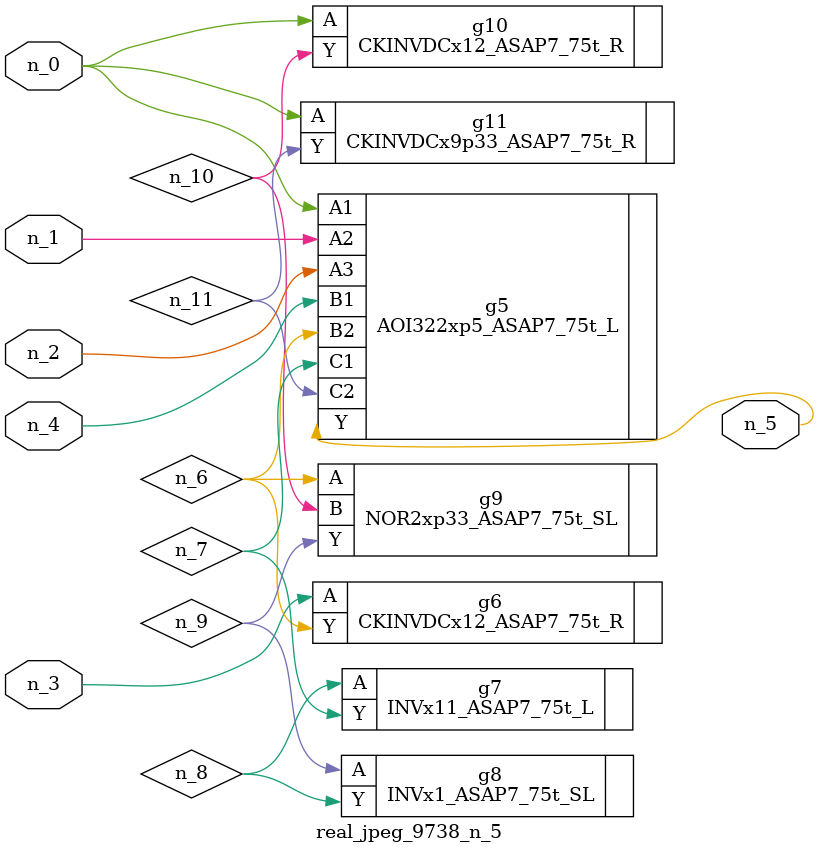
<source format=v>
module real_jpeg_9738_n_5 (n_4, n_0, n_1, n_2, n_3, n_5);

input n_4;
input n_0;
input n_1;
input n_2;
input n_3;

output n_5;

wire n_8;
wire n_11;
wire n_6;
wire n_7;
wire n_10;
wire n_9;

AOI322xp5_ASAP7_75t_L g5 ( 
.A1(n_0),
.A2(n_1),
.A3(n_2),
.B1(n_4),
.B2(n_6),
.C1(n_7),
.C2(n_11),
.Y(n_5)
);

CKINVDCx12_ASAP7_75t_R g10 ( 
.A(n_0),
.Y(n_10)
);

CKINVDCx9p33_ASAP7_75t_R g11 ( 
.A(n_0),
.Y(n_11)
);

CKINVDCx12_ASAP7_75t_R g6 ( 
.A(n_3),
.Y(n_6)
);

NOR2xp33_ASAP7_75t_SL g9 ( 
.A(n_6),
.B(n_10),
.Y(n_9)
);

INVx11_ASAP7_75t_L g7 ( 
.A(n_8),
.Y(n_7)
);

INVx1_ASAP7_75t_SL g8 ( 
.A(n_9),
.Y(n_8)
);


endmodule
</source>
